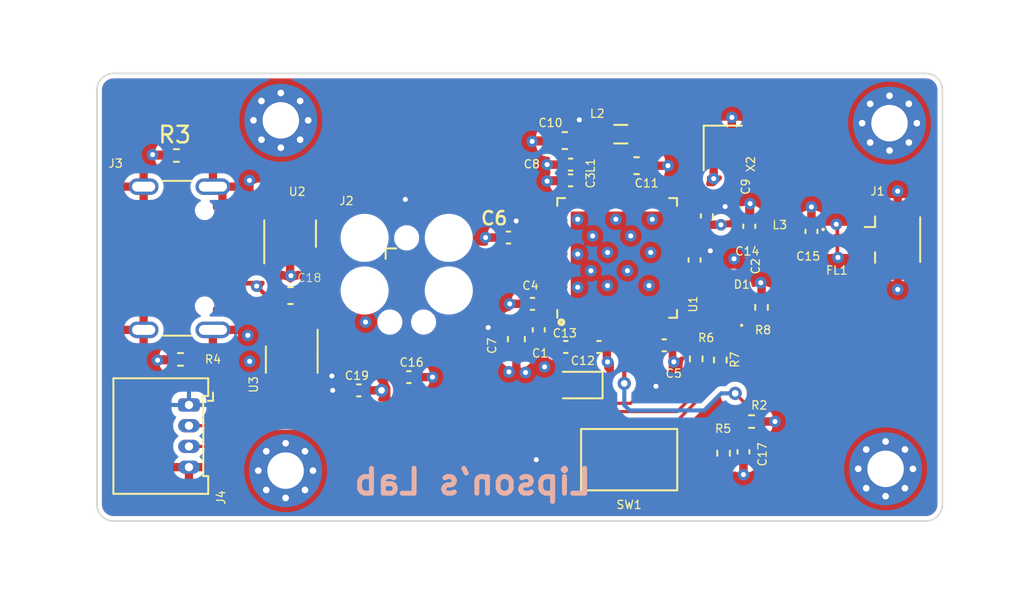
<source format=kicad_pcb>
(kicad_pcb (version 20221018) (generator pcbnew)
  (title_block (title "STM_BLE") (date "2024-01-27") (rev "Version : 1") (company "Lipson's lab") (comment 1 "Author : Arockiya Lipson"))
  (layers (0 "F.Cu" signal) (1 "In1.Cu" signal) (2 "In2.Cu" signal) (31 "B.Cu" signal) (34 "B.Paste" user) (35 "F.Paste" user) (36 "B.SilkS" user "B.Silkscreen") (37 "F.SilkS" user "F.Silkscreen") (38 "B.Mask" user) (39 "F.Mask" user) (44 "Edge.Cuts" user))
  (net 0 "")
  (net 1 "+3.3V")
  (net 2 "GND")
  (net 3 "/SMPSFB")
  (net 4 "/LSE_OUT")
  (net 5 "/RF")
  (net 6 "/RF_MATCH")
  (net 7 "/BOOT0")
  (net 8 "+5V")
  (net 9 "/RF_ANT")
  (net 10 "/SWDIO")
  (net 11 "/SWD_CLK")
  (net 12 "/SWD_TRC")
  (net 13 "/USBC_D+")
  (net 14 "/USBC_D-")
  (net 17 "/SMPSLX")
  (net 18 "/SMPSLXL")
  (net 19 "/LSE_IN")
  (net 20 "/UART_TX")
  (net 21 "/UART_RX")
  (net 32 "/HSE_OUT")
  (net 33 "/HSE_IN")
  (net 40 "/USB_D-")
  (net 41 "/USB_D+")
  (net 48 "/LED")
  (net 49 "/LED_R")
  (net 50 "/BOOT0_SW")
  (net 51 "/UART_TXR")
  (net 52 "/UART_RX_R")
  (net 53 "/CC2")
  (net 54 "/CC1")
  (net 55 "/SWD_NRST")
  (footprint "Inductor_SMD:L_0402_1005Metric" (layer "F.Cu") (at 157.385 86.67)
    (fp_text reference "L3")
    (fp_text value "2nH7")
  )
  (footprint "Capacitor_SMD:C_0402_1005Metric" (layer "F.Cu") (at 142.52 92.14 -90)
    (fp_text reference "C1")
    (fp_text value "100nF")
  )
  (footprint "Capacitor_SMD:C_0603_1608Metric" (layer "F.Cu") (at 141.17 92.695 -90)
    (fp_text reference "C7")
    (fp_text value "4.7uF")
  )
  (footprint "Connector_USB:USB_C_Receptacle_GCT_USB4105-xx-A_16P_TopMnt_Horizontal" (layer "F.Cu") (at 119.76 87.82 -90)
    (fp_text reference "J3")
    (fp_text value "USB_C_Receptacle_USB2.0")
  )
  (footprint "Connector_Coaxial:U.FL_Hirose_U.FL-R-SMT-1_Vertical" (layer "F.Cu") (at 163.695 86.695)
    (fp_text reference "J1")
    (fp_text value "Conn_Coaxial")
  )
  (footprint "Capacitor_SMD:C_0603_1608Metric" (layer "F.Cu") (at 148.42 82.235)
    (fp_text reference "C11")
    (fp_text value "4.7uF")
  )
  (footprint "Resistor_SMD:R_0402_1005Metric" (layer "F.Cu") (at 152.02 93.89 90)
    (fp_text reference "R6")
    (fp_text value "220ohm")
  )
  (footprint "Fiducial:Fiducial_1mm_Mask2mm" (layer "F.Cu") (at 159.05 101.7)
    (fp_text reference "FID3" hide)
    (fp_text value "Fiducial")
  )
  (footprint "Capacitor_SMD:C_0402_1005Metric" (layer "F.Cu") (at 151.92 87.92 -90)
    (fp_text reference "C2")
    (fp_text value "100nF")
  )
  (footprint "Inductor_SMD:L_0805_2012Metric" (layer "F.Cu") (at 147.47 80.335)
    (fp_text reference "L2")
    (fp_text value "10uH")
  )
  (footprint "Connector:Tag-Connect_TC2030-IDC-FP_2x03_P1.27mm_Vertical" (layer "F.Cu") (at 134.554 89.13 -90)
    (fp_text reference "J2")
    (fp_text value "Conn_ARM_SWD_TagConnect_TC2030")
  )
  (footprint "MountingHole:MountingHole_2.2mm_M2_Pad_Via" (layer "F.Cu") (at 126.96 79.5)
    (fp_text reference "H1" hide)
    (fp_text value "MountingHole_Pad")
  )
  (footprint "Fiducial:Fiducial_1mm_Mask2mm" (layer "F.Cu") (at 117.6 78.3)
    (fp_text reference "FID1" hide)
    (fp_text value "Fiducial")
  )
  (footprint "Resistor_SMD:R_0402_1005Metric" (layer "F.Cu") (at 155.96 90.78 -90)
    (fp_text reference "R8")
    (fp_text value "220ohm")
  )
  (footprint "LED_SMD:LED_0402_1005Metric" (layer "F.Cu") (at 154.76 90.775 90)
    (fp_text reference "D1")
    (fp_text value "LED")
  )
  (footprint "Capacitor_SMD:C_0603_1608Metric" (layer "F.Cu") (at 127.545 90.07 180)
    (fp_text reference "C18")
    (fp_text value "4.7uF")
  )
  (footprint "Resistor_SMD:R_0402_1005Metric" (layer "F.Cu") (at 153.47 93.96 90)
    (fp_text reference "R7")
    (fp_text value "220ohm")
  )
  (footprint "Capacitor_SMD:C_0402_1005Metric" (layer "F.Cu") (at 134.685 94.99)
    (fp_text reference "C16")
    (fp_text value "0.1uf")
  )
  (footprint "Capacitor_SMD:C_0402_1005Metric" (layer "F.Cu") (at 131.67 95.79)
    (fp_text reference "C19")
    (fp_text value "4.7uF")
  )
  (footprint "Capacitor_SMD:C_0402_1005Metric" (layer "F.Cu") (at 158.97 86.2 90)
    (fp_text reference "C15")
    (fp_text value "0p3")
  )
  (footprint "Package_TO_SOT_SMD:SOT-23-5" (layer "F.Cu") (at 127.62 93.9325 -90)
    (fp_text reference "U3")
    (fp_text value "MIC5365-3.3YD5")
  )
  (footprint "Resistor_SMD:R_0402_1005Metric" (layer "F.Cu") (at 120.66 81.62 180)
    (fp_text reference "R3")
    (fp_text value "5K11")
  )
  (footprint "Capacitor_SMD:C_0402_1005Metric" (layer "F.Cu") (at 142.14 90.57 180)
    (fp_text reference "C4")
    (fp_text value "100nF")
  )
  (footprint "Crystal:Crystal_SMD_2016-4Pin_2.0x1.6mm" (layer "F.Cu") (at 153.62 81.17 -90)
    (fp_text reference "X2")
    (fp_text value "32MHz")
  )
  (footprint "MountingHole:MountingHole_2.2mm_M2_Pad_Via" (layer "F.Cu") (at 127.25 100.63)
    (fp_text reference "H2" hide)
    (fp_text value "MountingHole_Pad")
  )
  (footprint "Inductor_SMD:L_0402_1005Metric" (layer "F.Cu") (at 146.37 82.285 90)
    (fp_text reference "L1")
    (fp_text value "10nH")
  )
  (footprint "Capacitor_SMD:C_0402_1005Metric" (layer "F.Cu") (at 154.87 99.495 -90)
    (fp_text reference "C17")
    (fp_text value "100n")
  )
  (footprint "Capacitor_SMD:C_0402_1005Metric" (layer "F.Cu") (at 144.44 82.17 180)
    (fp_text reference "C8")
    (fp_text value "100nF")
  )
  (footprint "MountingHole:MountingHole_2.2mm_M2_Pad_Via" (layer "F.Cu") (at 163.443274 100.523274)
    (fp_text reference "H4" hide)
    (fp_text value "MountingHole_Pad")
  )
  (footprint "Capacitor_SMD:C_0603_1608Metric" (layer "F.Cu") (at 144.095 80.72 180)
    (fp_text reference "C10")
    (fp_text value "4.7uF")
  )
  (footprint "Resistor_SMD:R_0402_1005Metric" (layer "F.Cu") (at 120.91 93.92 180)
    (fp_text reference "R4")
    (fp_text value "5K11")
  )
  (footprint "Capacitor_SMD:C_0402_1005Metric" (layer "F.Cu") (at 155.22 85.895 90)
    (fp_text reference "C14")
    (fp_text value "0p8")
  )
  (footprint "DLF162500LT-5028A1:DLF162500LT5028A1" (layer "F.Cu") (at 160.562 86.71)
    (fp_text reference "FL1")
    (fp_text value "DLF162500LT-5028A1" hide)
  )
  (footprint "Package_DFN_QFN:QFN-48-1EP_7x7mm_P0.5mm_EP5.6x5.6mm" (layer "F.Cu") (at 147.25 87.8 90)
    (fp_text reference "U1")
    (fp_text value "STM32WB55CEUx")
  )
  (footprint "Capacitor_SMD:C_0402_1005Metric" (layer "F.Cu") (at 140.69 86.57 180)
    (fp_text reference "C6")
    (fp_text value "100nF")
  )
  (footprint "Capacitor_SMD:C_0402_1005Metric" (layer "F.Cu") (at 150.09 93.07)
    (fp_text reference "C5")
    (fp_text value "100nF")
  )
  (footprint "Package_TO_SOT_SMD:SOT-23-6" (layer "F.Cu") (at 127.52 86.3325 90)
    (fp_text reference "U2")
    (fp_text value "USBLC6-2SC6")
  )
  (footprint "Capacitor_SMD:C_0402_1005Metric" (layer "F.Cu") (at 144.44 83.12 180)
    (fp_text reference "C3")
    (fp_text value "100nF")
  )
  (footprint "MountingHole:MountingHole_2.2mm_M2_Pad_Via" (layer "F.Cu") (at 163.68 79.67)
    (fp_text reference "H3" hide)
    (fp_text value "MountingHole_Pad")
  )
  (footprint "Fiducial:Fiducial_1mm_Mask2mm" (layer "F.Cu") (at 158.87 78.42)
    (fp_text reference "FID2" hide)
    (fp_text value "Fiducial")
  )
  (footprint "Resistor_SMD:R_0402_1005Metric" (layer "F.Cu") (at 153.67 99.58 -90)
    (fp_text reference "R5")
    (fp_text value "220ohm")
  )
  (footprint "Crystal:Crystal_SMD_2012-2Pin_2.0x1.2mm" (layer "F.Cu") (at 145.17 95.47 180)
    (fp_text reference "X1" hide)
    (fp_text value "32KHz768")
  )
  (footprint "Capacitor_SMD:C_0402_1005Metric" (layer "F.Cu") (at 146.15 93.17)
    (fp_text reference "C12")
    (fp_text value "10pF")
  )
  (footprint "Capacitor_SMD:C_0402_1005Metric" (layer "F.Cu") (at 152.665 85.27 -90)
    (fp_text reference "C9")
    (fp_text value "100nF")
  )
  (footprint "Connector_Molex:Molex_PicoBlade_53048-0410_1x04_P1.25mm_Horizontal" (layer "F.Cu") (at 121.42 96.67 -90)
    (fp_text reference "J4")
    (fp_text value "Conn_01x04_Pin")
  )
  (footprint "Capacitor_SMD:C_0402_1005Metric" (layer "F.Cu") (at 144.15 93.17 180)
    (fp_text reference "C13")
    (fp_text value "10pF")
  )
  (footprint "Button_Switch_SMD:SW_SPST_CK_RS282G05A3" (layer "F.Cu") (at 147.975 99.97 180)
    (fp_text reference "SW1")
    (fp_text value "SW_Push")
  )
  (footprint "Resistor_SMD:R_0402_1005Metric" (layer "F.Cu") (at 155.36 97.67)
    (fp_text reference "R2")
    (fp_text value "5K11")
  )
  (gr_circle (center 143.883985 91.68) (end 144.02 91.68) (stroke (width 0.2)) (fill none) (layer "F.SilkS"))
  (gr_arc (start 116.87 103.67) (mid 116.162893 103.377107) (end 115.87 102.67) (stroke (width 0.1)) (layer "Edge.Cuts"))
  (gr_line (start 115.87 102.67) (end 115.87 77.67) (stroke (width 0.1)) (layer "Edge.Cuts"))
  (gr_line (start 166.87 77.67) (end 166.87 102.67) (stroke (width 0.1)) (layer "Edge.Cuts"))
  (gr_line (start 146.87 76.67) (end 165.87 76.67) (stroke (width 0.1)) (layer "Edge.Cuts"))
  (gr_arc (start 165.87 76.67) (mid 166.577107 76.962893) (end 166.87 77.67) (stroke (width 0.1)) (layer "Edge.Cuts"))
  (gr_arc (start 166.87 102.67) (mid 166.577107 103.377107) (end 165.87 103.67) (stroke (width 0.1)) (layer "Edge.Cuts"))
  (gr_line (start 116.87 76.67) (end 146.87 76.67) (stroke (width 0.1)) (layer "Edge.Cuts"))
  (gr_arc (start 115.87 77.67) (mid 116.162893 76.962893) (end 116.87 76.67) (stroke (width 0.1)) (layer "Edge.Cuts"))
  (gr_line (start 165.87 103.67) (end 116.87 103.67) (stroke (width 0.1)) (layer "Edge.Cuts"))
  (gr_text "Lipson's Lab" (at 145.84 102.19) (layer "B.SilkS") (effects (font (size 1.5 1.5) (thickness 0.3) bold) (justify left bottom mirror)))
  (segment (start 142.37 99.97) (end 144.075 99.97) (width 0.5) (layer "F.Cu") (net 1))
  (segment (start 133.63 85.11) (end 134.47 84.27) (width 0.22) (layer "F.Cu") (net 1))
  (segment (start 144.92 83.12) (end 144.92 82.17) (width 0.22) (layer "F.Cu") (net 1))
  (segment (start 151.53 87.05) (end 151.92 87.44) (width 0.3) (layer "F.Cu") (net 1))
  (segment (start 145 83.2) (end 144.92 83.12) (width 0.22) (layer "F.Cu") (net 1))
  (segment (start 148 91.2375) (end 148 91.723008) (width 0.25) (layer "F.Cu") (net 1))
  (segment (start 142.62 91.56) (end 142.52 91.66) (width 0.25) (layer "F.Cu") (net 1))
  (segment (start 139.55 91.92) (end 139.47 92) (width 0.25) (layer "F.Cu") (net 1))
  (segment (start 149.61 93.07) (end 149.61 95.52) (width 0.5) (layer "F.Cu") (net 1))
  (segment (start 152.665 84.79) (end 153.675 84.79) (width 0.5) (layer "F.Cu") (net 1))
  (segment (start 143.8125 86.55) (end 141.19 86.55) (width 0.22) (layer "F.Cu") (net 1))
  (segment (start 141.17 85.58) (end 141.16 85.57) (width 0.5) (layer "F.Cu") (net 1))
  (segment (start 151.92 87.44) (end 152.8 87.44) (width 0.5) (layer "F.Cu") (net 1))
  (segment (start 149.61 95.52) (end 149.59 95.54) (width 0.5) (layer "F.Cu") (net 1))
  (segment (start 133.63 87.01) (end 133.63 85.11) (width 0.22) (layer "F.Cu") (net 1))
  (segment (start 143.8125 90.55) (end 142.64 90.55) (width 0.25) (layer "F.Cu") (net 1))
  (segment (start 144.92 82.17) (end 144.92 80.77) (width 0.22) (layer "F.Cu") (net 1))
  (segment (start 141.17 91.92) (end 141.78 91.92) (width 0.25) (layer "F.Cu") (net 1))
  (segment (start 142.04 91.66) (end 142.52 91.66) (width 0.25) (layer "F.Cu") (net 1))
  (segment (start 141.19 86.55) (end 141.17 86.57) (width 0.22) (layer "F.Cu") (net 1))
  (segment (start 133.919 87.86) (end 133.919 87.299) (width 0.22) (layer "F.Cu") (net 1))
  (segment (start 141.17 91.92) (end 139.55 91.92) (width 0.25) (layer "F.Cu") (net 1))
  (segment (start 150.6875 85.55) (end 151.905 85.55) (width 0.22) (layer "F.Cu") (net 1))
  (segment (start 151.905 85.55) (end 152.665 84.79) (width 0.22) (layer "F.Cu") (net 1))
  (segment (start 145 84.3625) (end 145 83.2) (width 0.22) (layer "F.Cu") (net 1))
  (segment (start 145.5 84.3625) (end 145 84.3625) (width 0.22) (layer "F.Cu") (net 1))
  (segment (start 131.19 95.79) (end 130.09 95.79) (width 0.5) (layer "F.Cu") (net 1))
  (segment (start 133.919 87.299) (end 133.63 87.01) (width 0.22) (layer "F.Cu") (net 1))
  (segment (start 141.78 91.92) (end 142.04 91.66) (width 0.25) (layer "F.Cu") (net 1))
  (segment (start 152.622034 84.79) (end 152.665 84.79) (width 0.3) (layer "F.Cu") (net 1))
  (segment (start 142.9425 91.2375) (end 142.52 91.66) (width 0.25) (layer "F.Cu") (net 1))
  (segment (start 152.8 87.44) (end 152.87 87.37) (width 0.5) (layer "F.Cu") (net 1))
  (segment (start 150.6875 87.05) (end 151.53 87.05) (width 0.3) (layer "F.Cu") (net 1))
  (segment (start 141.17 86.57) (end 141.17 85.58) (width 0.5) (layer "F.Cu") (net 1))
  (segment (start 144.87 79.57) (end 144.97 79.47) (width 0.22) (layer "F.Cu") (net 1))
  (segment (start 142.62 90.57) (end 142.62 91.56) (width 0.25) (layer "F.Cu") (net 1))
  (segment (start 148 91.723008) (end 149.346992 93.07) (width 0.25) (layer "F.Cu") (net 1))
  (segment (start 144.87 80.72) (end 144.87 79.57) (width 0.22) (layer "F.Cu") (net 1))
  (segment (start 153.675 84.79) (end 153.765 84.7) (width 0.5) (layer "F.Cu") (net 1))
  (segment (start 149.346992 93.07) (end 149.61 93.07) (width 0.25) (layer "F.Cu") (net 1))
  (segment (start 129.89 95.07) (end 130.04 94.92) (width 0.5) (layer "F.Cu") (net 1))
  (segment (start 142.64 90.55) (end 142.62 90.57) (width 0.25) (layer "F.Cu") (net 1))
  (segment (start 144.5 91.2375) (end 142.9425 91.2375) (width 0.25) (layer "F.Cu") (net 1))
  (segment (start 128.57 95.07) (end 129.89 95.07) (width 0.5) (layer "F.Cu") (net 1))
  (segment (start 144.92 80.77) (end 144.87 80.72) (width 0.22) (layer "F.Cu") (net 1))
  (via (at 144.97 79.47) (size 0.7) (drill 0.3) (layers "F.Cu" "B.Cu") (net 1))
  (via (at 134.47 84.27) (size 0.7) (drill 0.3) (layers "F.Cu" "B.Cu") (net 1))
  (via (at 141.16 85.57) (size 0.7) (drill 0.3) (layers "F.Cu" "B.Cu") (net 1))
  (via (at 149.59 95.54) (size 0.7) (drill 0.3) (layers "F.Cu" "B.Cu") (net 1))
  (via (at 139.47 92) (size 0.7) (drill 0.3) (layers "F.Cu" "B.Cu") (net 1))
  (via (at 153.765 84.7) (size 0.7) (drill 0.3) (layers "F.Cu" "B.Cu") (net 1))
  (via (at 142.37 99.97) (size 0.7) (drill 0.3) (layers "F.Cu" "B.Cu") (net 1))
  (via (at 130.04 94.92) (size 0.7) (drill 0.3) (layers "F.Cu" "B.Cu") (net 1))
  (via (at 130.09 95.79) (size 0.7) (drill 0.3) (layers "F.Cu" "B.Cu") (net 1))
  (via (at 152.87 87.37) (size 0.7) (drill 0.3) (layers "F.Cu" "B.Cu") (net 1))
  (segment (start 120.115 81.57) (end 119.225 81.57) (width 0.5) (layer "F.Cu") (net 2))
  (segment (start 135.165 94.99) (end 136.11 94.99) (width 0.3) (layer "F.Cu") (net 2))
  (segment (start 146.92 87.47) (end 147.25 87.8) (width 0.5) (layer "F.Cu") (net 2))
  (segment (start 132.07 91.67) (end 132.311567 91.67) (width 0.22) (layer "F.Cu") (net 2))
  (segment (start 155.96 90.27) (end 155.96 89.345) (width 0.5) (layer "F.Cu") (net 2))
  (segment (start 146.63 94.03) (end 146.67 94.07) (width 0.5) (layer "F.Cu") (net 2))
  (segment (start 147.17 85.47) (end 147.17 87.72) (width 0.5) (layer "F.Cu") (net 2))
  (segment (start 148.07 86.47) (end 148.07 86.98) (width 0.5) (layer "F.Cu") (net 2))
  (segment (start 144.92 85.47) (end 147.25 87.8) (width 0.3) (layer "F.Cu") (net 2))
  (segment (start 148.07 86.98) (end 147.25 87.8) (width 0.5) (layer "F.Cu") (net 2))
  (segment (start 152.62 85.8) (end 153.51 85.8) (width 0.5) (layer "F.Cu") (net 2))
  (segment (start 150.57 93.97) (end 150.67 94.07) (width 0.3) (layer "F.Cu") (net 2))
  (segment (start 160.5325 86.9475) (end 160.5325 87.7325) (width 0.22) (layer "F.Cu") (net 2))
  (segment (start 154.87 99.98) (end 154.87 100.87) (width 0.5) (layer "F.Cu") (net 2))
  (segment (start 120.415 93.97) (end 119.525 93.97) (width 0.5) (layer "F.Cu") (net 2))
  (segment (start 164.17 88.17) (end 164.17 89.69727) (width 0.5) (layer "F.Cu") (net 2))
  (segment (start 155.27 85.415) (end 155.27 84.525) (width 0.5) (layer "F.Cu") (net 2))
  (segment (start 150.57 93.07) (end 150.57 93.97) (width 0.3) (layer "F.Cu") (net 2))
  (segment (start 149.17 89.47) (end 148.92 89.47) (width 0.5) (layer "F.Cu") (net 2))
  (segment (start 153.07 82.125) (end 153.07 83.015) (width 0.5) (layer "F.Cu") (net 2))
  (segment (start 160.5325 85.8325) (end 160.47 85.77) (width 0.22) (layer "F.Cu") (net 2))
  (segment (start 127.1275 93.95) (end 125.17 93.95) (width 0.5) (layer "F.Cu") (net 2))
  (segment (start 144.87 87.57) (end 147.02 87.57) (width 0.5) (layer "F.Cu") (net 2))
  (segment (start 124.97 91.57) (end 124.42 91.02) (width 0.5) (layer "F.Cu") (net 2))
  (segment (start 149.27 87.47) (end 147.58 87.47) (width 0.5) (layer "F.Cu") (net 2))
  (segment (start 146.63 93.17) (end 146.63 94.03) (width 0.5) (layer "F.Cu") (net 2))
  (segment (start 146.5 87.05) (end 147.25 87.8) (width 0.3) (layer "F.Cu") (net 2))
  (segment (start 125.17 93.95) (end 125.08 94.04) (width 0.5) (layer "F.Cu") (net 2))
  (segment (start 147.17 87.72) (end 147.25 87.8) (width 0.5) (layer "F.Cu") (net 2))
  (segment (start 127.62 92.795) (end 127.62 93.4575) (width 0.5) (layer "F.Cu") (net 2))
  (segment (start 143.915 83.17) (end 143.025 83.17) (width 0.5) (layer "F.Cu") (net 2))
  (segment (start 146.48 88.57) (end 147.25 87.8) (width 0.5) (layer "F.Cu") (net 2))
  (segment (start 145.77 86.47) (end 145.92 86.47) (width 0.5) (layer "F.Cu") (net 2))
  (segment (start 126.77 90.07) (end 126.07 90.07) (width 0.25) (layer "F.Cu") (net 2))
  (segment (start 146.67 87.47) (end 146.92 87.47) (width 0.5) (layer "F.Cu") (net 2))
  (segment (start 164.17 85.22) (end 164.17 83.77) (width 0.5) (layer "F.Cu") (net 2))
  (segment (start 147.02 87.57) (end 147.25 87.8) (width 0.5) (layer "F.Cu") (net 2))
  (segment (start 150.6875 86.05) (end 152.055538 86.05) (width 0.3) (layer "F.Cu") (net 2))
  (segment (start 155.96 89.345) (end 155.91 89.295) (width 0.5) (layer "F.Cu") (net 2))
  (segment (start 150.6875 86.05) (end 149 86.05) (width 0.3) (layer "F.Cu") (net 2))
  (segment (start 164.17 89.69727) (end 164.173701 89.700971) (width 0.5) (layer "F.Cu") (net 2))
  (segment (start 145.67 88.57) (end 146.48 88.57) (width 0.5) (layer "F.Cu") (net 2))
  (segment (start 148.92 89.47) (end 147.25 87.8) (width 0.5) (layer "F.Cu") (net 2))
  (segment (start 147.58 87.47) (end 147.25 87.8) (width 0.5) (layer "F.Cu") (net 2))
  (segment (start 132.311567 91.67) (end 133.581567 90.4) (width 0.22) (layer "F.Cu") (net 2))
  (segment (start 133.581567 90.4) (end 133.919 90.4) (width 0.22) (layer "F.Cu") (net 2))
  (segment (start 143.27 80.77) (end 143.32 80.72) (width 0.5) (layer "F.Cu") (net 2))
  (segment (start 144.87 85.47) (end 144.92 85.47) (width 0.3) (layer "F.Cu") (net 2))
  (segment (start 127.52 87.95) (end 127.52 88.84) (width 0.5) (layer "F.Cu") (net 2))
  (segment (start 146.67 88.38) (end 147.25 87.8) (width 0.5) (layer "F.Cu") (net 2))
  (segment (start 123.44 84.62) (end 124.12 84.62) (width 0.5) (layer "F.Cu") (net 2))
  (segment (start 144.87 89.57) (end 145.48 89.57) (width 0.5) (layer "F.Cu") (net 2))
  (segment (start 160.5325 87.7325) (end 160.57 87.77) (width 0.22) (layer "F.Cu") (net 2))
  (segment (start 153.001371 88.37) (end 153.521371 87.85) (width 0.5) (layer "F.Cu") (net 2))
  (segment (start 149 86.05) (end 147.25 87.8) (width 0.3) (layer "F.Cu") (net 2))
  (segment (start 145.92 86.47) (end 147.25 87.8) (width 0.5) (layer "F.Cu") (net 2))
  (segment (start 147.87 88.57) (end 147.87 88.42) (width 0.5) (layer "F.Cu") (net 2))
  (segment (start 153.521371 87.85) (end 154.35 87.85) (width 0.5) (layer "F.Cu") (net 2))
  (segment (start 147.87 88.42) (end 147.25 87.8) (width 0.5) (layer "F.Cu") (net 2))
  (segment (start 154.17 80.215) (end 154.17 79.325) (width 0.5) (layer "F.Cu") (net 2))
  (segment (start 140.205 86.57) (end 139.315 86.57) (width 0.5) (layer "F.Cu") (net 2))
  (segment (start 155.87 97.67) (end 156.77 97.67) (width 0.5) (layer "F.Cu") (net 2))
  (segment (start 146.5 84.3625) (end 146.5 87.05) (width 0.3) (layer "F.Cu") (net 2))
  (segment (start 143.915 82.17) (end 143.025 82.17) (width 0.5) (layer "F.Cu") (net 2))
  (segment (start 132.145 95.79) (end 133.035 95.79) (width 0.5) (layer "F.Cu") (net 2))
  (segment (start 124.42 91.02) (end 123.44 91.02) (width 0.5) (layer "F.Cu") (net 2))
  (segment (start 152.055538 86.05) (end 152.355538 85.75) (width 0.3) (layer "F.Cu") (net 2))
  (segment (start 124.97 92.47) (end 124.97 91.57) (width 0.5) (layer "F.Cu") (net 2))
  (segment (start 160.5325 86.4925) (end 160.5325 85.8325) (width 0.22) (layer "F.Cu") (net 2))
  (segment (start 141.66 90.57) (end 140.77 90.57) (width 0.5) (layer "F.Cu") (net 2))
  (segment (start 149.37 85.68) (end 147.25 87.8) (width 0.5) (layer "F.Cu") (net 2))
  (segment (start 142.125 80.77) (end 143.27 80.77) (width 0.5) (layer "F.Cu") (net 2))
  (segment (start 151.925 88.37) (end 153.001371 88.37) (width 0.5) (layer "F.Cu") (net 2))
  (segment (start 149.425 82.235) (end 150.315 82.235) (width 0.5) (layer "F.Cu") (net 2))
  (segment (start 126.07 90.07) (end 125.5 89.5) (width 0.25) (layer "F.Cu") (net 2))
  (segment (start 145.48 89.57) (end 147.25 87.8) (width 0.5) (layer "F.Cu") (net 2))
  (segment (start 125.07 83.67) (end 125.07 83.125) (width 0.5) (layer "F.Cu") (net 2))
  (segment (start 146.67 89.47) (end 146.67 88.38) (width 0.5) (layer "F.Cu") (net 2))
  (segment (start 152.355538 85.75) (end 152.665 85.75) (width 0.3) (layer "F.Cu") (net 2))
  (segment (start 158.97 85.615) (end 158.97 84.725) (width 0.5) (layer "F.Cu") (net 2))
  (segment (start 127.62 93.4575) (end 127.1275 93.95) (width 0.5) (layer "F.Cu") (net 2))
  (segment (start 124.12 84.62) (end 125.07 83.67) (width 0.5) (layer "F.Cu") (net 2))
  (segment (start 149.37 85.47) (end 149.37 85.68) (width 0.5) (layer "F.Cu") (net 2))
  (via (at 148.07 86.47) (size 0.7) (drill 0.3) (layers "F.Cu" "B.Cu") (net 2))
  (via (at 139.315 86.57) (size 0.7) (drill 0.3) (layers "F.Cu" "B.Cu") (net 2))
  (via (at 143.025 82.17) (size 0.7) (drill 0.3) (layers "F.Cu" "B.Cu") (net 2))
  (via (at 143.025 83.17) (size 0.7) (drill 0.3) (layers "F.Cu" "B.Cu") (net 2))
  (via (at 132.07 91.67) (size 0.7) (drill 0.3) (layers "F.Cu" "B.Cu") (net 2))
  (via (at 147.87 88.57) (size 0.7) (drill 0.3) (layers "F.Cu" "B.Cu") (net 2))
  (via (at 154.17 79.325) (size 0.7) (drill 0.3) (layers "F.Cu" "B.Cu") (net 2))
  (via (at 140.77 90.57) (size 0.7) (drill 0.3) (layers "F.Cu" "B.Cu") (net 2))
  (via (at 144.87 87.57) (size 0.7) (drill 0.3) (layers "F.Cu" "B.Cu") (net 2))
  (via (at 146.67 94.07) (size 0.7) (drill 0.3) (layers "F.Cu" "B.Cu") (net 2))
  (via (at 140.72 94.67) (size 0.7) (drill 0.3) (layers "F.Cu" "B.Cu") (net 2))
  (via (at 164.173701 89.700971) (size 0.7) (drill 0.3) (layers "F.Cu" "B.Cu") (net 2))
  (via (at 142.125 80.77) (size 0.7) (drill 0.3) (layers "F.Cu" "B.Cu") (net 2))
  (via (at 136.11 94.99) (size 0.7) (drill 0.3) (layers "F.Cu" "B.Cu") (net 2))
  (via (at 144.87 89.57) (size 0.7) (drill 0.3) (layers "F.Cu" "B.Cu") (net 2))
  (via (at 153.51 85.8) (size 0.7) (drill 0.3) (layers "F.Cu" "B.Cu") (net 2))
  (via (at 160.57 87.77) (size 0.7) (drill 0.3) (layers "F.Cu" "B.Cu") (net 2))
  (via (at 158.97 84.725) (size 0.7) (drill 0.3) (layers "F.Cu" "B.Cu") (net 2))
  (via (at 164.17 83.77) (size 0.7) (drill 0.3) (layers "F.Cu" "B.Cu") (net 2))
  (via (at 160.47 85.77) (size 0.7) (drill 0.3) (layers "F.Cu" "B.Cu") (net 2))
  (via (at 125.5 89.5) (size 0.7) (drill 0.3) (layers "F.Cu" "B.Cu") (net 2))
  (via (at 156.77 97.67) (size 0.7) (drill 0.3) (layers "F.Cu" "B.Cu") (net 2))
  (via (at 141.72 94.71) (size 0.7) (drill 0.3) (layers "F.Cu" "B.Cu") (net 2))
  (via (at 150.315 82.235) (size 0.7) (drill 0.3) (layers "F.Cu" "B.Cu") (net 2))
  (via (at 125.08 94.04) (size 0.7) (drill 0.3) (layers "F.Cu" "B.Cu") (net 2))
  (via (at 124.97 92.47) (size 0.7) (drill 0.3) (layers "F.Cu" "B.Cu") (net 2))
  (via (at 146.67 87.47) (size 0.7) (drill 0.3) (layers "F.Cu" "B.Cu") (net 2))
  (via (at 149.37 85.47) (size 0.7) (drill 0.3) (layers "F.Cu" "B.Cu") (net 2))
  (via (at 155.91 89.295) (size 0.7) (drill 0.3) (layers "F.Cu" "B.Cu") (net 2))
  (via (at 155.27 84.525) (size 0.7) (drill 0.3) (layers "F.Cu" "B.Cu") (net 2))
  (via (at 127.57 88.87) (size 0.7) (drill 0.3) (layers "F.Cu" "B.Cu") (net 2))
  (via (at 142.87 94.37) (size 0.7) (drill 0.3) (layers "F.Cu" "B.Cu") (net 2))
  (via (at 149.17 89.47) (size 0.7) (drill 0.3) (layers "F.Cu" "B.Cu") (net 2))
  (via (at 119.525 93.97) (size 0.7) (drill 0.3) (layers "F.Cu" "B.Cu") (net 2))
  (via (at 149.27 87.47) (size 0.7) (drill 0.3) (layers "F.Cu" "B.Cu") (net 2))
  (via (at 145.67 88.57) (size 0.7) (drill 0.3) (layers "F.Cu" "B.Cu") (net 2))
  (via (at 154.3 87.85) (size 0.7) (drill 0.3) (layers "F.Cu" "B.Cu") (net 2))
  (via (at 154.87 100.87) (size 0.7) (drill 0.3) (layers "F.Cu" "B.Cu") (net 2))
  (via (at 133.035 95.79) (size 0.8) (drill 0.4) (layers "F.Cu" "B.Cu") (net 2))
  (via (at 119.225 81.57) (size 0.7) (drill 0.3) (layers "F.Cu" "B.Cu") (net 2))
  (via (at 144.87 85.47) (size 0.7) (drill 0.3) (layers "F.Cu" "B.Cu") (net 2))
  (via (at 147.17 85.47) (size 0.7) (drill 0.3) (layers "F.Cu" "B.Cu") (net 2))
  (via (at 150.67 94.07) (size 0.7) (drill 0.3) (layers "F.Cu" "B.Cu") (net 2))
  (via (at 125.07 83.125) (size 0.7) (drill 0.3) (layers "F.Cu" "B.Cu") (net 2))
  (via (at 146.67 89.47) (size 0.7) (drill 0.3) (layers "F.Cu" "B.Cu") (net 2))
  (via (at 153.07 83.015) (size 0.7) (drill 0.3) (layers "F.Cu" "B.Cu") (net 2))
  (via (at 145.77 86.47) (size 0.7) (drill 0.3) (layers "F.Cu" "B.Cu") (net 2))
  (segment (start 147.645 83.105) (end 147.645 82.235) (width 0.19) (layer "F.Cu") (net 3))
  (segment (start 147 84.3625) (end 147 83.75) (width 0.19) (layer "F.Cu") (net 3))
  (segment (start 147.82 80.335) (end 148.5325 80.335) (width 0.3) (layer "F.Cu") (net 3))
  (segment (start 147 83.75) (end 147.645 83.105) (width 0.19) (layer "F.Cu") (net 3))
  (segment (start 147.645 80.51) (end 147.645 82.235) (width 0.3) (layer "F.Cu") (net 3))
  (segment (start 147.645 80.51) (end 147.82 80.335) (width 0.3) (layer "F.Cu") (net 3))
  (segment (start 145.87 93.37) (end 145.87 95.47) (width 0.19) (layer "F.Cu") (net 4))
  (segment (start 145.5 93) (end 145.67 93.17) (width 0.19) (layer "F.Cu") (net 4))
  (segment (start 145.67 93.17) (end 145.87 93.37) (width 0.19) (layer "F.Cu") (net 4))
  (segment (start 145.5 91.2375) (end 145.5 93) (width 0.19) (layer "F.Cu") (net 4))
  (segment (start 155.045 86.55) (end 155.22 86.375) (width 0.19) (layer "F.Cu") (net 5))
  (segment (start 155.22 86.375) (end 156.605 86.375) (width 0.19) (layer "F.Cu") (net 5))
  (segment (start 150.6875 86.55) (end 155.045 86.55) (width 0.19) (layer "F.Cu") (net 5))
  (segment (start 156.605 86.375) (end 156.9 86.67) (width 0.19) (layer "F.Cu") (net 5))
  (segment (start 159.88 86.68) (end 159.92 86.72) (width 0.19) (layer "F.Cu") (net 6))
  (segment (start 157.87 86.67) (end 158.96 86.67) (width 0.19) (layer "F.Cu") (net 6))
  (segment (start 158.96 86.67) (end 158.97 86.68) (width 0.19) (layer "F.Cu") (net 6))
  (segment (start 158.97 86.68) (end 159.88 86.68) (width 0.19) (layer "F.Cu") (net 6))
  (segment (start 154.37 95.97) (end 154.85 96.45) (width 0.19) (layer "F.Cu") (net 7))
  (segment (start 147.68 95.37) (end 147.68 92.822426) (width 0.25) (layer "F.Cu") (net 7))
  (segment (start 154.85 97.67) (end 154.85 98.995) (width 0.19) (layer "F.Cu") (net 7))
  (segment (start 146.17 92.37) (end 147.27 92.37) (width 0.19) (layer "F.Cu") (net 7))
  (segment (start 147.68 92.822426) (end 147.548787 92.691213) (width 0.25) (layer "F.Cu") (net 7))
  (segment (start 153.67 99.07) (end 154.815 99.07) (width 0.19) (layer "F.Cu") (net 7))
  (segment (start 154.815 99.07) (end 154.87 99.015) (width 0.19) (layer "F.Cu") (net 7))
  (segment (start 154.85 98.995) (end 154.87 99.015) (width 0.19) (layer "F.Cu") (net 7))
  (segment (start 146 91.2375) (end 146 92.2) (width 0.19) (layer "F.Cu") (net 7))
  (segment (start 146 92.2) (end 146.17 92.37) (width 0.19) (layer "F.Cu") (net 7))
  (segment (start 154.85 96.45) (end 154.85 97.67) (width 0.19) (layer "F.Cu") (net 7))
  (segment (start 147.27 92.37) (end 147.57 92.67) (width 0.19) (layer "F.Cu") (net 7))
  (via (at 147.68 95.37) (size 0.8) (drill 0.4) (layers "F.Cu" "B.Cu") (net 7))
  (via (at 154.37 95.97) (size 0.8) (drill 0.4) (layers "F.Cu" "B.Cu") (net 7))
  (segment (start 148 97) (end 152.5 97) (width 0.25) (layer "B.Cu") (net 7))
  (segment (start 147.68 95.37) (end 147.68 96.68) (width 0.25) (layer "B.Cu") (net 7))
  (segment (start 153.53 95.97) (end 154.37 95.97) (width 0.25) (layer "B.Cu") (net 7))
  (segment (start 152.5 97) (end 153.53 95.97) (width 0.25) (layer "B.Cu") (net 7))
  (segment (start 147.68 96.68) (end 148 97) (width 0.25) (layer "B.Cu") (net 7))
  (segment (start 127.26 91.27) (end 128.17 91.27) (width 0.5) (layer "F.Cu") (net 8))
  (segment (start 126.67 92.795) (end 126.67 91.86) (width 0.5) (layer "F.Cu") (net 8))
  (segment (start 124.30995 85.42) (end 125.73995 83.99) (width 0.5) (layer "F.Cu") (net 8))
  (segment (start 128.17 91.19) (end 128.17 91.27) (width 0.5) (layer "F.Cu") (net 8))
  (segment (start 128.32 90.07) (end 128.32 91.04) (width 0.5) (layer "F.Cu") (net 8))
  (segment (start 123.44 90.22) (end 124.99 90.22) (width 0.5) (layer "F.Cu") (net 8))
  (segment (start 125.73995 83.99) (end 126.9775 83.99) (width 0.5) (layer "F.Cu") (net 8))
  (segment (start 128.32 91.04) (end 128.17 91.19) (width 0.5) (layer "F.Cu") (net 8))
  (segment (start 124.99 90.22) (end 126.67 91.9) (width 0.5) (layer "F.Cu") (net 8))
  (segment (start 126.9775 83.99) (end 127.52 84.5325) (width 0.5) (layer "F.Cu") (net 8))
  (segment (start 123.44 85.42) (end 124.30995 85.42) (width 0.5) (layer "F.Cu") (net 8))
  (segment (start 128.57 91.67) (end 128.57 92.795) (width 0.5) (layer "F.Cu") (net 8))
  (segment (start 127.52 84.5325) (end 127.52 85.195) (width 0.5) (layer "F.Cu") (net 8))
  (segment (start 126.67 91.86) (end 127.26 91.27) (width 0.5) (layer "F.Cu") (net 8))
  (segment (start 128.17 91.27) (end 128.57 91.67) (width 0.5) (layer "F.Cu") (net 8))
  (segment (start 161.145 86.72) (end 162.62 86.72) (width 0.19) (layer "F.Cu") (net 9))
  (segment (start 162.62 86.72) (end 162.645 86.695) (width 0.19) (layer "F.Cu") (net 9))
  (segment (start 136.912646 84.59) (end 135.4043 86.098346) (width 0.19) (layer "F.Cu") (net 10))
  (segment (start 143.8125 86.05) (end 142.93 86.05) (width 0.19) (layer "F.Cu") (net 10))
  (segment (start 135.4043 87.6447) (end 135.189 87.86) (width 0.19) (layer "F.Cu") (net 10))
  (segment (start 135.4043 86.098346) (end 135.4043 87.6447) (width 0.19) (layer "F.Cu") (net 10))
  (segment (start 141.47 84.59) (end 136.912646 84.59) (width 0.19) (layer "F.Cu") (net 10))
  (segment (start 142.93 86.05) (end 141.47 84.59) (width 0.19) (layer "F.Cu") (net 10))
  (segment (start 141.405184 87.66) (end 138.205354 87.66) (width 0.19) (layer "F.Cu") (net 11))
  (segment (start 143.8125 87.05) (end 142.015184 87.05) (width 0.19) (layer "F.Cu") (net 11))
  (segment (start 142.015184 87.05) (end 141.405184 87.66) (width 0.19) (layer "F.Cu") (net 11))
  (segment (start 137.695354 88.17) (end 136.149 88.17) (width 0.19) (layer "F.Cu") (net 11))
  (segment (start 136.149 88.17) (end 135.189 89.13) (width 0.19) (layer "F.Cu") (net 11))
  (segment (start 138.205354 87.66) (end 137.695354 88.17) (width 0.19) (layer "F.Cu") (net 11))
  (segment (start 139.17 88.37) (end 139.17 90.37) (width 0.19) (layer "F.Cu") (net 12))
  (segment (start 139.17 90.37) (end 138.23255 91.30745) (width 0.19) (layer "F.Cu") (net 12))
  (segment (start 139.49 88.05) (end 139.17 88.37) (width 0.19) (layer "F.Cu") (net 12))
  (segment (start 136.409956 91.30745) (end 135.502506 90.4) (width 0.19) (layer "F.Cu") (net 12))
  (segment (start 135.502506 90.4) (end 135.189 90.4) (width 0.19) (layer "F.Cu") (net 12))
  (segment (start 138.23255 91.30745) (end 136.409956 91.30745) (width 0.19) (layer "F.Cu") (net 12))
  (segment (start 143.8125 88.05) (end 139.49 88.05) (width 0.19) (layer "F.Cu") (net 12))
  (segment (start 126.47 87.57) (end 126.57 87.47) (width 0.22) (layer "F.Cu") (net 13))
  (segment (start 123.44 87.57) (end 126.47 87.57) (width 0.22) (layer "F.Cu") (net 13))
  (segment (start 126.57 87.87) (end 126.57 87.47) (width 0.22) (layer "F.Cu") (net 13))
  (segment (start 125.87 88.57) (end 126.57 87.87) (width 0.22) (layer "F.Cu") (net 13))
  (segment (start 123.44 88.57) (end 125.87 88.57) (width 0.22) (layer "F.Cu") (net 13))
  (segment (start 122.37 88.07) (end 123.44 88.07) (width 0.22) (layer "F.Cu") (net 14))
  (segment (start 123.44 87.07) (end 124.195 87.07) (width 0.22) (layer "F.Cu") (net 14))
  (segment (start 123.44 87.07) (end 122.47 87.07) (width 0.22) (layer "F.Cu") (net 14))
  (segment (start 122.27 87.27) (end 122.27 87.97) (width 0.22) (layer "F.Cu") (net 14))
  (segment (start 122.27 87.97) (end 122.37 88.07) (width 0.22) (layer "F.Cu") (net 14))
  (segment (start 122.47 87.07) (end 122.27 87.27) (width 0.22) (layer "F.Cu") (net 14))
  (segment (start 126.07 85.195) (end 126.57 85.195) (width 0.22) (layer "F.Cu") (net 14))
  (segment (start 124.195 87.07) (end 126.07 85.195) (width 0.22) (layer "F.Cu") (net 14))
  (segment (start 146 84.3625) (end 146 83.14) (width 0.19) (layer "F.Cu") (net 17))
  (segment (start 146 83.14) (end 146.37 82.77) (width 0.19) (layer "F.Cu") (net 17))
  (segment (start 146.37 80.3725) (end 146.4075 80.335) (width 0.3) (layer "F.Cu") (net 18))
  (segment (start 146.37 81.8) (end 146.37 80.3725) (width 0.3) (layer "F.Cu") (net 18))
  (segment (start 145 91.2375) (end 145 92.8) (width 0.19) (layer "F.Cu") (net 19))
  (segment (start 145 92.8) (end 144.63 93.17) (width 0.19) (layer "F.Cu") (net 19))
  (segment (start 144.47 93.33) (end 144.47 95.47) (width 0.19) (layer "F.Cu") (net 19))
  (segment (start 144.63 93.17) (end 144.47 93.33) (width 0.19) (layer "F.Cu") (net 19))
  (segment (start 152.02 95.92) (end 150.87 97.07) (width 0.19) (layer "F.Cu") (net 20))
  (segment (start 152.02 94.4) (end 152.02 95.92) (width 0.19) (layer "F.Cu") (net 20))
  (segment (start 150.87 97.07) (end 124.27 97.07) (width 0.19) (layer "F.Cu") (net 20))
  (segment (start 123.42 97.92) (end 121.42 97.92) (width 0.19) (layer "F.Cu") (net 20))
  (segment (start 124.27 97.07) (end 123.42 97.92) (width 0.19) (layer "F.Cu") (net 20))
  (segment (start 153.47 95.021544) (end 150.921544 97.57) (width 0.19) (layer "F.Cu") (net 21))
  (segment (start 153.47 94.47) (end 153.47 95.021544) (width 0.19) (layer "F.Cu") (net 21))
  (segment (start 150.921544 97.57) (end 124.321544 97.57) (width 0.19) (layer "F.Cu") (net 21))
  (segment (start 122.721544 99.17) (end 121.42 99.17) (width 0.19) (layer "F.Cu") (net 21))
  (segment (start 124.321544 97.57) (end 122.721544 99.17) (width 0.19) (layer "F.Cu") (net 21))
  (segment (start 153.37 84.07) (end 154.17 83.27) (width 0.19) (layer "F.Cu") (net 32))
  (segment (start 150.6875 85.05) (end 150.6875 84.1525) (width 0.19) (layer "F.Cu") (net 32))
  (segment (start 154.17 83.27) (end 154.17 81.87) (width 0.19) (layer "F.Cu") (net 32))
  (segment (start 150.77 84.07) (end 153.37 84.07) (width 0.19) (layer "F.Cu") (net 32))
  (segment (start 150.6875 84.1525) (end 150.77 84.07) (width 0.19) (layer "F.Cu") (net 32))
  (segment (start 152.37 80.47) (end 152.07 80.77) (width 0.19) (layer "F.Cu") (net 33))
  (segment (start 152.07 80.77) (end 152.07 83.07) (width 0.19) (layer "F.Cu") (net 33))
  (segment (start 151.67 83.47) (end 150.47 83.47) (width 0.19) (layer "F.Cu") (net 33))
  (segment (start 153.07 80.47) (end 152.37 80.47) (width 0.19) (layer "F.Cu") (net 33))
  (segment (start 150.47 83.47) (end 150 83.94) (width 0.19) (layer "F.Cu") (net 33))
  (segment (start 150 83.94) (end 150 84.3625) (width 0.19) (layer "F.Cu") (net 33))
  (segment (start 152.07 83.07) (end 151.67 83.47) (width 0.19) (layer "F.Cu") (net 33))
  (segment (start 128.47 85.195) (end 128.47 84.14) (width 0.22) (layer "F.Cu") (net 40))
  (segment (start 143.11163 85.05) (end 143.8125 85.05) (width 0.22) (layer "F.Cu") (net 40))
  (segment (start 128.47 84.14) (end 130.17 82.44) (width 0.22) (layer "F.Cu") (net 40))
  (segment (start 140.50163 82.44) (end 143.11163 85.05) (width 0.22) (layer "F.Cu") (net 40))
  (segment (start 130.17 82.44) (end 140.50163 82.44) (width 0.22) (layer "F.Cu") (net 40))
  (segment (start 130.79163 82.81) (end 140.34837 82.81) (width 0.22) (layer "F.Cu") (net 41))
  (segment (start 143.08837 85.55) (end 143.8125 85.55) (width 0.22) (layer "F.Cu") (net 41))
  (segment (start 129.67 83.93163) (end 130.79163 82.81) (width 0.22) (layer "F.Cu") (net 41))
  (segment (start 128.47 87.47) (end 129.47 87.47) (width 0.22) (layer "F.Cu") (net 41))
  (segment (start 129.67 87.27) (end 129.67 83.93163) (width 0.22) (layer "F.Cu") (net 41))
  (segment (start 129.47 87.47) (end 129.67 87.27) (width 0.22) (layer "F.Cu") (net 41))
  (segment (start 140.34837 82.81) (end 143.08837 85.55) (width 0.22) (layer "F.Cu") (net 41))
  (segment (start 154.76 89.5) (end 154.76 90.29) (width 0.19) (layer "F.Cu") (net 48))
  (segment (start 154.31 89.05) (end 154.76 89.5) (width 0.19) (layer "F.Cu") (net 48))
  (segment (start 150.6875 89.05) (end 154.31 89.05) (width 0.19) (layer "F.Cu") (net 48))
  (segment (start 154.76 91.26) (end 155.93 91.26) (width 0.19) (layer "F.Cu") (net 49))
  (segment (start 155.93 91.26) (end 155.96 91.29) (width 0.19) (layer "F.Cu") (net 49))
  (segment (start 153.55 99.97) (end 153.67 100.09) (width 0.19) (layer "F.Cu") (net 50))
  (segment (start 151.875 99.97) (end 153.55 99.97) (width 0.19) (layer "F.Cu") (net 50))
  (segment (start 149.5 92) (end 149.87 92.37) (width 0.19) (layer "F.Cu") (net 51))
  (segment (start 152.02 92.62) (end 152.02 93.38) (width 0.19) (layer "F.Cu") (net 51))
  (segment (start 149.5 91.2375) (end 149.5 92) (width 0.19) (layer "F.Cu") (net 51))
  (segment (start 151.77 92.37) (end 152.02 92.62) (width 0.19) (layer "F.Cu") (net 51))
  (segment (start 149.87 92.37) (end 151.77 92.37) (width 0.19) (layer "F.Cu") (net 51))
  (segment (start 153.47 91.57) (end 153.47 93.45) (width 0.19) (layer "F.Cu") (net 52))
  (segment (start 153.1375 91.2375) (end 153.47 91.57) (width 0.19) (layer "F.Cu") (net 52))
  (segment (start 150 91.2375) (end 153.1375 91.2375) (width 0.19) (layer "F.Cu") (net 52))
  (segment (start 123.44 89.57) (end 120.99 89.57) (width 0.22) (layer "F.Cu") (net 53))
  (segment (start 120.75 92.23) (end 121.42 92.9) (width 0.22) (layer "F.Cu") (net 53))
  (segment (start 120.75 89.81) (end 120.75 92.23) (width 0.22) (layer "F.Cu") (net 53))
  (segment (start 120.99 89.57) (end 120.75 89.81) (width 0.22) (layer "F.Cu") (net 53))
  (segment (start 121.42 92.9) (end 121.42 93.92) (width 0.22) (layer "F.Cu") (net 53))
  (segment (start 120.65 82.64) (end 121.17 82.12) (width 0.22) (layer "F.Cu") (net 54))
  (segment (start 120.65 86.41) (end 120.65 82.64) (width 0.22) (layer "F.Cu") (net 54))
  (segment (start 120.81 86.57) (end 120.65 86.41) (width 0.22) (layer "F.Cu") (net 54))
  (segment (start 121.17 82.12) (end 121.17 81.62) (width 0.22) (layer "F.Cu") (net 54))
  (segment (start 123.44 86.57) (end 120.81 86.57) (width 0.22) (layer "F.Cu") (net 54))
  (segment (start 148.765 95.865) (end 148.06 96.57) (width 0.19) (layer "F.Cu") (net 55))
  (segment (start 147.5 92.048456) (end 148.765 93.313456) (width 0.19) (layer "F.Cu") (net 55))
  (segment (start 147.5 91.2375) (end 147.5 92.048456) (width 0.19) (layer "F.Cu") (net 55))
  (segment (start 129.97 91.37) (end 129.97 88.97) (width 0.19) (layer "F.Cu") (net 55))
  (segment (start 130.77 88.17) (end 132.959 88.17) (width 0.19) (layer "F.Cu") (net 55))
  (segment (start 131.57 92.97) (end 129.97 91.37) (width 0.19) (layer "F.Cu") (net 55))
  (segment (start 132.959 88.17) (end 133.919 89.13) (width 0.19) (layer "F.Cu") (net 55))
  (segment (start 134.17 93.67) (end 133.47 92.97) (width 0.19) (layer "F.Cu") (net 55))
  (segment (start 148.765 93.313456) (end 148.765 95.865) (width 0.19) (layer "F.Cu") (net 55))
  (segment (start 148.06 96.57) (end 134.47 96.57) (width 0.19) (layer "F.Cu") (net 55))
  (segment (start 134.47 96.57) (end 134.17 96.27) (width 0.19) (layer "F.Cu") (net 55))
  (segment (start 129.97 88.97) (end 130.77 88.17) (width 0.19) (layer "F.Cu") (net 55))
  (segment (start 133.47 92.97) (end 131.57 92.97) (width 0.19) (layer "F.Cu") (net 55))
  (segment (start 134.17 96.27) (end 134.17 93.67) (width 0.19) (layer "F.Cu") (net 55))
  (zone (net 2) (net_name "GND") (layers "F.Cu" "In1.Cu") (priority 5) (connect_pads (clearance 0.5)) (min_thickness 0.25) (fill yes (thermal_gap 0.5) (thermal_bridge_width 0.5))
    (polygon (pts (xy 112.01 72.46) (xy 171.81 72.24) (xy 171 108) (xy 110.02 108.22) (xy 110.46 72.46) (xy 112.68 72.43)))
  )
  (zone (net 1) (net_name "+3.3V") (layer "B.Cu") (connect_pads (clearance 0.3)) (min_thickness 0.15) (fill yes (thermal_gap 0.4) (thermal_bridge_width 0.25))
    (polygon (pts (xy 115.43 75.6) (xy 167.93 75.75) (xy 168.15 103.99) (xy 114.71 104.72) (xy 115.08 75.56) (xy 115.44 75.58)))
  )
)
</source>
